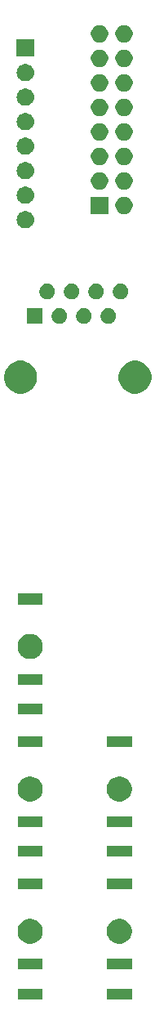
<source format=gbr>
G04 #@! TF.GenerationSoftware,KiCad,Pcbnew,(5.0.1)-4*
G04 #@! TF.CreationDate,2018-12-03T15:58:59+00:00*
G04 #@! TF.ProjectId,DevBoard,446576426F6172642E6B696361645F70,rev?*
G04 #@! TF.SameCoordinates,Original*
G04 #@! TF.FileFunction,Soldermask,Top*
G04 #@! TF.FilePolarity,Negative*
%FSLAX46Y46*%
G04 Gerber Fmt 4.6, Leading zero omitted, Abs format (unit mm)*
G04 Created by KiCad (PCBNEW (5.0.1)-4) date 03/12/2018 15:58:59*
%MOMM*%
%LPD*%
G01*
G04 APERTURE LIST*
%ADD10C,0.100000*%
G04 APERTURE END LIST*
D10*
G36*
X66051000Y-168031000D02*
X63449000Y-168031000D01*
X63449000Y-166929000D01*
X66051000Y-166929000D01*
X66051000Y-168031000D01*
X66051000Y-168031000D01*
G37*
G36*
X56801000Y-168031000D02*
X54199000Y-168031000D01*
X54199000Y-166929000D01*
X56801000Y-166929000D01*
X56801000Y-168031000D01*
X56801000Y-168031000D01*
G37*
G36*
X56801000Y-164931000D02*
X54199000Y-164931000D01*
X54199000Y-163829000D01*
X56801000Y-163829000D01*
X56801000Y-164931000D01*
X56801000Y-164931000D01*
G37*
G36*
X66051000Y-164931000D02*
X63449000Y-164931000D01*
X63449000Y-163829000D01*
X66051000Y-163829000D01*
X66051000Y-164931000D01*
X66051000Y-164931000D01*
G37*
G36*
X55879485Y-159748996D02*
X55879487Y-159748997D01*
X55879488Y-159748997D01*
X56116255Y-159847069D01*
X56329342Y-159989449D01*
X56510551Y-160170658D01*
X56652931Y-160383745D01*
X56751004Y-160620515D01*
X56801000Y-160871861D01*
X56801000Y-161128139D01*
X56751004Y-161379485D01*
X56652931Y-161616255D01*
X56510551Y-161829342D01*
X56329342Y-162010551D01*
X56329339Y-162010553D01*
X56116255Y-162152931D01*
X55879488Y-162251003D01*
X55879487Y-162251003D01*
X55879485Y-162251004D01*
X55628139Y-162301000D01*
X55371861Y-162301000D01*
X55120515Y-162251004D01*
X55120513Y-162251003D01*
X55120512Y-162251003D01*
X54883745Y-162152931D01*
X54670661Y-162010553D01*
X54670658Y-162010551D01*
X54489449Y-161829342D01*
X54347069Y-161616255D01*
X54248996Y-161379485D01*
X54199000Y-161128139D01*
X54199000Y-160871861D01*
X54248996Y-160620515D01*
X54347069Y-160383745D01*
X54489449Y-160170658D01*
X54670658Y-159989449D01*
X54883745Y-159847069D01*
X55120512Y-159748997D01*
X55120513Y-159748997D01*
X55120515Y-159748996D01*
X55371861Y-159699000D01*
X55628139Y-159699000D01*
X55879485Y-159748996D01*
X55879485Y-159748996D01*
G37*
G36*
X65129485Y-159748996D02*
X65129487Y-159748997D01*
X65129488Y-159748997D01*
X65366255Y-159847069D01*
X65579342Y-159989449D01*
X65760551Y-160170658D01*
X65902931Y-160383745D01*
X66001004Y-160620515D01*
X66051000Y-160871861D01*
X66051000Y-161128139D01*
X66001004Y-161379485D01*
X65902931Y-161616255D01*
X65760551Y-161829342D01*
X65579342Y-162010551D01*
X65579339Y-162010553D01*
X65366255Y-162152931D01*
X65129488Y-162251003D01*
X65129487Y-162251003D01*
X65129485Y-162251004D01*
X64878139Y-162301000D01*
X64621861Y-162301000D01*
X64370515Y-162251004D01*
X64370513Y-162251003D01*
X64370512Y-162251003D01*
X64133745Y-162152931D01*
X63920661Y-162010553D01*
X63920658Y-162010551D01*
X63739449Y-161829342D01*
X63597069Y-161616255D01*
X63498996Y-161379485D01*
X63449000Y-161128139D01*
X63449000Y-160871861D01*
X63498996Y-160620515D01*
X63597069Y-160383745D01*
X63739449Y-160170658D01*
X63920658Y-159989449D01*
X64133745Y-159847069D01*
X64370512Y-159748997D01*
X64370513Y-159748997D01*
X64370515Y-159748996D01*
X64621861Y-159699000D01*
X64878139Y-159699000D01*
X65129485Y-159748996D01*
X65129485Y-159748996D01*
G37*
G36*
X56801000Y-156631000D02*
X54199000Y-156631000D01*
X54199000Y-155529000D01*
X56801000Y-155529000D01*
X56801000Y-156631000D01*
X56801000Y-156631000D01*
G37*
G36*
X66051000Y-156631000D02*
X63449000Y-156631000D01*
X63449000Y-155529000D01*
X66051000Y-155529000D01*
X66051000Y-156631000D01*
X66051000Y-156631000D01*
G37*
G36*
X66051000Y-153281000D02*
X63449000Y-153281000D01*
X63449000Y-152179000D01*
X66051000Y-152179000D01*
X66051000Y-153281000D01*
X66051000Y-153281000D01*
G37*
G36*
X56801000Y-153281000D02*
X54199000Y-153281000D01*
X54199000Y-152179000D01*
X56801000Y-152179000D01*
X56801000Y-153281000D01*
X56801000Y-153281000D01*
G37*
G36*
X56801000Y-150181000D02*
X54199000Y-150181000D01*
X54199000Y-149079000D01*
X56801000Y-149079000D01*
X56801000Y-150181000D01*
X56801000Y-150181000D01*
G37*
G36*
X66051000Y-150181000D02*
X63449000Y-150181000D01*
X63449000Y-149079000D01*
X66051000Y-149079000D01*
X66051000Y-150181000D01*
X66051000Y-150181000D01*
G37*
G36*
X55879485Y-144998996D02*
X55879487Y-144998997D01*
X55879488Y-144998997D01*
X56116255Y-145097069D01*
X56329342Y-145239449D01*
X56510551Y-145420658D01*
X56652931Y-145633745D01*
X56751004Y-145870515D01*
X56801000Y-146121861D01*
X56801000Y-146378139D01*
X56751004Y-146629485D01*
X56652931Y-146866255D01*
X56510551Y-147079342D01*
X56329342Y-147260551D01*
X56329339Y-147260553D01*
X56116255Y-147402931D01*
X55879488Y-147501003D01*
X55879487Y-147501003D01*
X55879485Y-147501004D01*
X55628139Y-147551000D01*
X55371861Y-147551000D01*
X55120515Y-147501004D01*
X55120513Y-147501003D01*
X55120512Y-147501003D01*
X54883745Y-147402931D01*
X54670661Y-147260553D01*
X54670658Y-147260551D01*
X54489449Y-147079342D01*
X54347069Y-146866255D01*
X54248996Y-146629485D01*
X54199000Y-146378139D01*
X54199000Y-146121861D01*
X54248996Y-145870515D01*
X54347069Y-145633745D01*
X54489449Y-145420658D01*
X54670658Y-145239449D01*
X54883745Y-145097069D01*
X55120512Y-144998997D01*
X55120513Y-144998997D01*
X55120515Y-144998996D01*
X55371861Y-144949000D01*
X55628139Y-144949000D01*
X55879485Y-144998996D01*
X55879485Y-144998996D01*
G37*
G36*
X65129485Y-144998996D02*
X65129487Y-144998997D01*
X65129488Y-144998997D01*
X65366255Y-145097069D01*
X65579342Y-145239449D01*
X65760551Y-145420658D01*
X65902931Y-145633745D01*
X66001004Y-145870515D01*
X66051000Y-146121861D01*
X66051000Y-146378139D01*
X66001004Y-146629485D01*
X65902931Y-146866255D01*
X65760551Y-147079342D01*
X65579342Y-147260551D01*
X65579339Y-147260553D01*
X65366255Y-147402931D01*
X65129488Y-147501003D01*
X65129487Y-147501003D01*
X65129485Y-147501004D01*
X64878139Y-147551000D01*
X64621861Y-147551000D01*
X64370515Y-147501004D01*
X64370513Y-147501003D01*
X64370512Y-147501003D01*
X64133745Y-147402931D01*
X63920661Y-147260553D01*
X63920658Y-147260551D01*
X63739449Y-147079342D01*
X63597069Y-146866255D01*
X63498996Y-146629485D01*
X63449000Y-146378139D01*
X63449000Y-146121861D01*
X63498996Y-145870515D01*
X63597069Y-145633745D01*
X63739449Y-145420658D01*
X63920658Y-145239449D01*
X64133745Y-145097069D01*
X64370512Y-144998997D01*
X64370513Y-144998997D01*
X64370515Y-144998996D01*
X64621861Y-144949000D01*
X64878139Y-144949000D01*
X65129485Y-144998996D01*
X65129485Y-144998996D01*
G37*
G36*
X66051000Y-141881000D02*
X63449000Y-141881000D01*
X63449000Y-140779000D01*
X66051000Y-140779000D01*
X66051000Y-141881000D01*
X66051000Y-141881000D01*
G37*
G36*
X56801000Y-141881000D02*
X54199000Y-141881000D01*
X54199000Y-140779000D01*
X56801000Y-140779000D01*
X56801000Y-141881000D01*
X56801000Y-141881000D01*
G37*
G36*
X56801000Y-138531000D02*
X54199000Y-138531000D01*
X54199000Y-137429000D01*
X56801000Y-137429000D01*
X56801000Y-138531000D01*
X56801000Y-138531000D01*
G37*
G36*
X56801000Y-135431000D02*
X54199000Y-135431000D01*
X54199000Y-134329000D01*
X56801000Y-134329000D01*
X56801000Y-135431000D01*
X56801000Y-135431000D01*
G37*
G36*
X55879485Y-130248996D02*
X55879487Y-130248997D01*
X55879488Y-130248997D01*
X56116255Y-130347069D01*
X56329342Y-130489449D01*
X56510551Y-130670658D01*
X56652931Y-130883745D01*
X56751004Y-131120515D01*
X56801000Y-131371861D01*
X56801000Y-131628139D01*
X56751004Y-131879485D01*
X56652931Y-132116255D01*
X56510551Y-132329342D01*
X56329342Y-132510551D01*
X56329339Y-132510553D01*
X56116255Y-132652931D01*
X55879488Y-132751003D01*
X55879487Y-132751003D01*
X55879485Y-132751004D01*
X55628139Y-132801000D01*
X55371861Y-132801000D01*
X55120515Y-132751004D01*
X55120513Y-132751003D01*
X55120512Y-132751003D01*
X54883745Y-132652931D01*
X54670661Y-132510553D01*
X54670658Y-132510551D01*
X54489449Y-132329342D01*
X54347069Y-132116255D01*
X54248996Y-131879485D01*
X54199000Y-131628139D01*
X54199000Y-131371861D01*
X54248996Y-131120515D01*
X54347069Y-130883745D01*
X54489449Y-130670658D01*
X54670658Y-130489449D01*
X54883745Y-130347069D01*
X55120512Y-130248997D01*
X55120513Y-130248997D01*
X55120515Y-130248996D01*
X55371861Y-130199000D01*
X55628139Y-130199000D01*
X55879485Y-130248996D01*
X55879485Y-130248996D01*
G37*
G36*
X56801000Y-127131000D02*
X54199000Y-127131000D01*
X54199000Y-126029000D01*
X56801000Y-126029000D01*
X56801000Y-127131000D01*
X56801000Y-127131000D01*
G37*
G36*
X55006160Y-101964368D02*
X55006162Y-101964369D01*
X55006163Y-101964369D01*
X55120514Y-102011735D01*
X55315726Y-102092594D01*
X55594327Y-102278749D01*
X55831251Y-102515673D01*
X56017406Y-102794274D01*
X56145632Y-103103840D01*
X56211000Y-103432465D01*
X56211000Y-103767535D01*
X56145632Y-104096160D01*
X56017406Y-104405726D01*
X55831251Y-104684327D01*
X55594327Y-104921251D01*
X55315726Y-105107406D01*
X55120514Y-105188265D01*
X55006163Y-105235631D01*
X55006162Y-105235631D01*
X55006160Y-105235632D01*
X54677535Y-105301000D01*
X54342465Y-105301000D01*
X54013840Y-105235632D01*
X54013838Y-105235631D01*
X54013837Y-105235631D01*
X53899486Y-105188265D01*
X53704274Y-105107406D01*
X53425673Y-104921251D01*
X53188749Y-104684327D01*
X53002594Y-104405726D01*
X52874368Y-104096160D01*
X52809000Y-103767535D01*
X52809000Y-103432465D01*
X52874368Y-103103840D01*
X53002594Y-102794274D01*
X53188749Y-102515673D01*
X53425673Y-102278749D01*
X53704274Y-102092594D01*
X53899486Y-102011735D01*
X54013837Y-101964369D01*
X54013838Y-101964369D01*
X54013840Y-101964368D01*
X54342465Y-101899000D01*
X54677535Y-101899000D01*
X55006160Y-101964368D01*
X55006160Y-101964368D01*
G37*
G36*
X66876160Y-101964368D02*
X66876162Y-101964369D01*
X66876163Y-101964369D01*
X66990514Y-102011735D01*
X67185726Y-102092594D01*
X67464327Y-102278749D01*
X67701251Y-102515673D01*
X67887406Y-102794274D01*
X68015632Y-103103840D01*
X68081000Y-103432465D01*
X68081000Y-103767535D01*
X68015632Y-104096160D01*
X67887406Y-104405726D01*
X67701251Y-104684327D01*
X67464327Y-104921251D01*
X67185726Y-105107406D01*
X66990514Y-105188265D01*
X66876163Y-105235631D01*
X66876162Y-105235631D01*
X66876160Y-105235632D01*
X66547535Y-105301000D01*
X66212465Y-105301000D01*
X65883840Y-105235632D01*
X65883838Y-105235631D01*
X65883837Y-105235631D01*
X65769486Y-105188265D01*
X65574274Y-105107406D01*
X65295673Y-104921251D01*
X65058749Y-104684327D01*
X64872594Y-104405726D01*
X64744368Y-104096160D01*
X64679000Y-103767535D01*
X64679000Y-103432465D01*
X64744368Y-103103840D01*
X64872594Y-102794274D01*
X65058749Y-102515673D01*
X65295673Y-102278749D01*
X65574274Y-102092594D01*
X65769486Y-102011735D01*
X65883837Y-101964369D01*
X65883838Y-101964369D01*
X65883840Y-101964368D01*
X66212465Y-101899000D01*
X66547535Y-101899000D01*
X66876160Y-101964368D01*
X66876160Y-101964368D01*
G37*
G36*
X63853643Y-96479781D02*
X63999415Y-96540162D01*
X64130611Y-96627824D01*
X64242176Y-96739389D01*
X64329838Y-96870585D01*
X64390219Y-97016357D01*
X64421000Y-97171107D01*
X64421000Y-97328893D01*
X64390219Y-97483643D01*
X64329838Y-97629415D01*
X64242176Y-97760611D01*
X64130611Y-97872176D01*
X63999415Y-97959838D01*
X63853643Y-98020219D01*
X63698893Y-98051000D01*
X63541107Y-98051000D01*
X63386357Y-98020219D01*
X63240585Y-97959838D01*
X63109389Y-97872176D01*
X62997824Y-97760611D01*
X62910162Y-97629415D01*
X62849781Y-97483643D01*
X62819000Y-97328893D01*
X62819000Y-97171107D01*
X62849781Y-97016357D01*
X62910162Y-96870585D01*
X62997824Y-96739389D01*
X63109389Y-96627824D01*
X63240585Y-96540162D01*
X63386357Y-96479781D01*
X63541107Y-96449000D01*
X63698893Y-96449000D01*
X63853643Y-96479781D01*
X63853643Y-96479781D01*
G37*
G36*
X61313643Y-96479781D02*
X61459415Y-96540162D01*
X61590611Y-96627824D01*
X61702176Y-96739389D01*
X61789838Y-96870585D01*
X61850219Y-97016357D01*
X61881000Y-97171107D01*
X61881000Y-97328893D01*
X61850219Y-97483643D01*
X61789838Y-97629415D01*
X61702176Y-97760611D01*
X61590611Y-97872176D01*
X61459415Y-97959838D01*
X61313643Y-98020219D01*
X61158893Y-98051000D01*
X61001107Y-98051000D01*
X60846357Y-98020219D01*
X60700585Y-97959838D01*
X60569389Y-97872176D01*
X60457824Y-97760611D01*
X60370162Y-97629415D01*
X60309781Y-97483643D01*
X60279000Y-97328893D01*
X60279000Y-97171107D01*
X60309781Y-97016357D01*
X60370162Y-96870585D01*
X60457824Y-96739389D01*
X60569389Y-96627824D01*
X60700585Y-96540162D01*
X60846357Y-96479781D01*
X61001107Y-96449000D01*
X61158893Y-96449000D01*
X61313643Y-96479781D01*
X61313643Y-96479781D01*
G37*
G36*
X58773643Y-96479781D02*
X58919415Y-96540162D01*
X59050611Y-96627824D01*
X59162176Y-96739389D01*
X59249838Y-96870585D01*
X59310219Y-97016357D01*
X59341000Y-97171107D01*
X59341000Y-97328893D01*
X59310219Y-97483643D01*
X59249838Y-97629415D01*
X59162176Y-97760611D01*
X59050611Y-97872176D01*
X58919415Y-97959838D01*
X58773643Y-98020219D01*
X58618893Y-98051000D01*
X58461107Y-98051000D01*
X58306357Y-98020219D01*
X58160585Y-97959838D01*
X58029389Y-97872176D01*
X57917824Y-97760611D01*
X57830162Y-97629415D01*
X57769781Y-97483643D01*
X57739000Y-97328893D01*
X57739000Y-97171107D01*
X57769781Y-97016357D01*
X57830162Y-96870585D01*
X57917824Y-96739389D01*
X58029389Y-96627824D01*
X58160585Y-96540162D01*
X58306357Y-96479781D01*
X58461107Y-96449000D01*
X58618893Y-96449000D01*
X58773643Y-96479781D01*
X58773643Y-96479781D01*
G37*
G36*
X56801000Y-98051000D02*
X55199000Y-98051000D01*
X55199000Y-96449000D01*
X56801000Y-96449000D01*
X56801000Y-98051000D01*
X56801000Y-98051000D01*
G37*
G36*
X65123643Y-93939781D02*
X65269415Y-94000162D01*
X65400611Y-94087824D01*
X65512176Y-94199389D01*
X65599838Y-94330585D01*
X65660219Y-94476357D01*
X65691000Y-94631107D01*
X65691000Y-94788893D01*
X65660219Y-94943643D01*
X65599838Y-95089415D01*
X65512176Y-95220611D01*
X65400611Y-95332176D01*
X65269415Y-95419838D01*
X65123643Y-95480219D01*
X64968893Y-95511000D01*
X64811107Y-95511000D01*
X64656357Y-95480219D01*
X64510585Y-95419838D01*
X64379389Y-95332176D01*
X64267824Y-95220611D01*
X64180162Y-95089415D01*
X64119781Y-94943643D01*
X64089000Y-94788893D01*
X64089000Y-94631107D01*
X64119781Y-94476357D01*
X64180162Y-94330585D01*
X64267824Y-94199389D01*
X64379389Y-94087824D01*
X64510585Y-94000162D01*
X64656357Y-93939781D01*
X64811107Y-93909000D01*
X64968893Y-93909000D01*
X65123643Y-93939781D01*
X65123643Y-93939781D01*
G37*
G36*
X60043643Y-93939781D02*
X60189415Y-94000162D01*
X60320611Y-94087824D01*
X60432176Y-94199389D01*
X60519838Y-94330585D01*
X60580219Y-94476357D01*
X60611000Y-94631107D01*
X60611000Y-94788893D01*
X60580219Y-94943643D01*
X60519838Y-95089415D01*
X60432176Y-95220611D01*
X60320611Y-95332176D01*
X60189415Y-95419838D01*
X60043643Y-95480219D01*
X59888893Y-95511000D01*
X59731107Y-95511000D01*
X59576357Y-95480219D01*
X59430585Y-95419838D01*
X59299389Y-95332176D01*
X59187824Y-95220611D01*
X59100162Y-95089415D01*
X59039781Y-94943643D01*
X59009000Y-94788893D01*
X59009000Y-94631107D01*
X59039781Y-94476357D01*
X59100162Y-94330585D01*
X59187824Y-94199389D01*
X59299389Y-94087824D01*
X59430585Y-94000162D01*
X59576357Y-93939781D01*
X59731107Y-93909000D01*
X59888893Y-93909000D01*
X60043643Y-93939781D01*
X60043643Y-93939781D01*
G37*
G36*
X57503643Y-93939781D02*
X57649415Y-94000162D01*
X57780611Y-94087824D01*
X57892176Y-94199389D01*
X57979838Y-94330585D01*
X58040219Y-94476357D01*
X58071000Y-94631107D01*
X58071000Y-94788893D01*
X58040219Y-94943643D01*
X57979838Y-95089415D01*
X57892176Y-95220611D01*
X57780611Y-95332176D01*
X57649415Y-95419838D01*
X57503643Y-95480219D01*
X57348893Y-95511000D01*
X57191107Y-95511000D01*
X57036357Y-95480219D01*
X56890585Y-95419838D01*
X56759389Y-95332176D01*
X56647824Y-95220611D01*
X56560162Y-95089415D01*
X56499781Y-94943643D01*
X56469000Y-94788893D01*
X56469000Y-94631107D01*
X56499781Y-94476357D01*
X56560162Y-94330585D01*
X56647824Y-94199389D01*
X56759389Y-94087824D01*
X56890585Y-94000162D01*
X57036357Y-93939781D01*
X57191107Y-93909000D01*
X57348893Y-93909000D01*
X57503643Y-93939781D01*
X57503643Y-93939781D01*
G37*
G36*
X62583643Y-93939781D02*
X62729415Y-94000162D01*
X62860611Y-94087824D01*
X62972176Y-94199389D01*
X63059838Y-94330585D01*
X63120219Y-94476357D01*
X63151000Y-94631107D01*
X63151000Y-94788893D01*
X63120219Y-94943643D01*
X63059838Y-95089415D01*
X62972176Y-95220611D01*
X62860611Y-95332176D01*
X62729415Y-95419838D01*
X62583643Y-95480219D01*
X62428893Y-95511000D01*
X62271107Y-95511000D01*
X62116357Y-95480219D01*
X61970585Y-95419838D01*
X61839389Y-95332176D01*
X61727824Y-95220611D01*
X61640162Y-95089415D01*
X61579781Y-94943643D01*
X61549000Y-94788893D01*
X61549000Y-94631107D01*
X61579781Y-94476357D01*
X61640162Y-94330585D01*
X61727824Y-94199389D01*
X61839389Y-94087824D01*
X61970585Y-94000162D01*
X62116357Y-93939781D01*
X62271107Y-93909000D01*
X62428893Y-93909000D01*
X62583643Y-93939781D01*
X62583643Y-93939781D01*
G37*
G36*
X55110443Y-86385519D02*
X55176627Y-86392037D01*
X55289853Y-86426384D01*
X55346467Y-86443557D01*
X55451782Y-86499850D01*
X55502991Y-86527222D01*
X55538729Y-86556552D01*
X55640186Y-86639814D01*
X55690399Y-86701000D01*
X55752778Y-86777009D01*
X55752779Y-86777011D01*
X55836443Y-86933533D01*
X55836443Y-86933534D01*
X55887963Y-87103373D01*
X55905359Y-87280000D01*
X55887963Y-87456627D01*
X55853616Y-87569853D01*
X55836443Y-87626467D01*
X55762348Y-87765087D01*
X55752778Y-87782991D01*
X55723448Y-87818729D01*
X55640186Y-87920186D01*
X55538729Y-88003448D01*
X55502991Y-88032778D01*
X55502989Y-88032779D01*
X55346467Y-88116443D01*
X55289853Y-88133616D01*
X55176627Y-88167963D01*
X55110443Y-88174481D01*
X55044260Y-88181000D01*
X54955740Y-88181000D01*
X54889557Y-88174481D01*
X54823373Y-88167963D01*
X54710147Y-88133616D01*
X54653533Y-88116443D01*
X54497011Y-88032779D01*
X54497009Y-88032778D01*
X54461271Y-88003448D01*
X54359814Y-87920186D01*
X54276552Y-87818729D01*
X54247222Y-87782991D01*
X54237652Y-87765087D01*
X54163557Y-87626467D01*
X54146384Y-87569853D01*
X54112037Y-87456627D01*
X54094641Y-87280000D01*
X54112037Y-87103373D01*
X54163557Y-86933534D01*
X54163557Y-86933533D01*
X54247221Y-86777011D01*
X54247222Y-86777009D01*
X54309601Y-86701000D01*
X54359814Y-86639814D01*
X54461271Y-86556552D01*
X54497009Y-86527222D01*
X54548218Y-86499850D01*
X54653533Y-86443557D01*
X54710147Y-86426384D01*
X54823373Y-86392037D01*
X54889557Y-86385519D01*
X54955740Y-86379000D01*
X55044260Y-86379000D01*
X55110443Y-86385519D01*
X55110443Y-86385519D01*
G37*
G36*
X63601000Y-86701000D02*
X61799000Y-86701000D01*
X61799000Y-84899000D01*
X63601000Y-84899000D01*
X63601000Y-86701000D01*
X63601000Y-86701000D01*
G37*
G36*
X65502812Y-84933624D02*
X65666784Y-85001544D01*
X65814354Y-85100147D01*
X65939853Y-85225646D01*
X66038456Y-85373216D01*
X66106376Y-85537188D01*
X66141000Y-85711259D01*
X66141000Y-85888741D01*
X66106376Y-86062812D01*
X66038456Y-86226784D01*
X65939853Y-86374354D01*
X65814354Y-86499853D01*
X65666784Y-86598456D01*
X65502812Y-86666376D01*
X65328741Y-86701000D01*
X65151259Y-86701000D01*
X64977188Y-86666376D01*
X64813216Y-86598456D01*
X64665646Y-86499853D01*
X64540147Y-86374354D01*
X64441544Y-86226784D01*
X64373624Y-86062812D01*
X64339000Y-85888741D01*
X64339000Y-85711259D01*
X64373624Y-85537188D01*
X64441544Y-85373216D01*
X64540147Y-85225646D01*
X64665646Y-85100147D01*
X64813216Y-85001544D01*
X64977188Y-84933624D01*
X65151259Y-84899000D01*
X65328741Y-84899000D01*
X65502812Y-84933624D01*
X65502812Y-84933624D01*
G37*
G36*
X55110443Y-83845519D02*
X55176627Y-83852037D01*
X55289853Y-83886384D01*
X55346467Y-83903557D01*
X55451782Y-83959850D01*
X55502991Y-83987222D01*
X55538729Y-84016552D01*
X55640186Y-84099814D01*
X55690399Y-84161000D01*
X55752778Y-84237009D01*
X55752779Y-84237011D01*
X55836443Y-84393533D01*
X55836443Y-84393534D01*
X55887963Y-84563373D01*
X55905359Y-84740000D01*
X55887963Y-84916627D01*
X55862204Y-85001544D01*
X55836443Y-85086467D01*
X55829129Y-85100150D01*
X55752778Y-85242991D01*
X55723448Y-85278729D01*
X55640186Y-85380186D01*
X55538729Y-85463448D01*
X55502991Y-85492778D01*
X55502989Y-85492779D01*
X55346467Y-85576443D01*
X55289853Y-85593616D01*
X55176627Y-85627963D01*
X55110443Y-85634481D01*
X55044260Y-85641000D01*
X54955740Y-85641000D01*
X54889557Y-85634481D01*
X54823373Y-85627963D01*
X54710147Y-85593616D01*
X54653533Y-85576443D01*
X54497011Y-85492779D01*
X54497009Y-85492778D01*
X54461271Y-85463448D01*
X54359814Y-85380186D01*
X54276552Y-85278729D01*
X54247222Y-85242991D01*
X54170871Y-85100150D01*
X54163557Y-85086467D01*
X54137796Y-85001544D01*
X54112037Y-84916627D01*
X54094641Y-84740000D01*
X54112037Y-84563373D01*
X54163557Y-84393534D01*
X54163557Y-84393533D01*
X54247221Y-84237011D01*
X54247222Y-84237009D01*
X54309601Y-84161000D01*
X54359814Y-84099814D01*
X54461271Y-84016552D01*
X54497009Y-83987222D01*
X54548218Y-83959850D01*
X54653533Y-83903557D01*
X54710147Y-83886384D01*
X54823373Y-83852037D01*
X54889557Y-83845519D01*
X54955740Y-83839000D01*
X55044260Y-83839000D01*
X55110443Y-83845519D01*
X55110443Y-83845519D01*
G37*
G36*
X62962812Y-82393624D02*
X63126784Y-82461544D01*
X63274354Y-82560147D01*
X63399853Y-82685646D01*
X63498456Y-82833216D01*
X63566376Y-82997188D01*
X63601000Y-83171259D01*
X63601000Y-83348741D01*
X63566376Y-83522812D01*
X63498456Y-83686784D01*
X63399853Y-83834354D01*
X63274354Y-83959853D01*
X63126784Y-84058456D01*
X62962812Y-84126376D01*
X62788741Y-84161000D01*
X62611259Y-84161000D01*
X62437188Y-84126376D01*
X62273216Y-84058456D01*
X62125646Y-83959853D01*
X62000147Y-83834354D01*
X61901544Y-83686784D01*
X61833624Y-83522812D01*
X61799000Y-83348741D01*
X61799000Y-83171259D01*
X61833624Y-82997188D01*
X61901544Y-82833216D01*
X62000147Y-82685646D01*
X62125646Y-82560147D01*
X62273216Y-82461544D01*
X62437188Y-82393624D01*
X62611259Y-82359000D01*
X62788741Y-82359000D01*
X62962812Y-82393624D01*
X62962812Y-82393624D01*
G37*
G36*
X65502812Y-82393624D02*
X65666784Y-82461544D01*
X65814354Y-82560147D01*
X65939853Y-82685646D01*
X66038456Y-82833216D01*
X66106376Y-82997188D01*
X66141000Y-83171259D01*
X66141000Y-83348741D01*
X66106376Y-83522812D01*
X66038456Y-83686784D01*
X65939853Y-83834354D01*
X65814354Y-83959853D01*
X65666784Y-84058456D01*
X65502812Y-84126376D01*
X65328741Y-84161000D01*
X65151259Y-84161000D01*
X64977188Y-84126376D01*
X64813216Y-84058456D01*
X64665646Y-83959853D01*
X64540147Y-83834354D01*
X64441544Y-83686784D01*
X64373624Y-83522812D01*
X64339000Y-83348741D01*
X64339000Y-83171259D01*
X64373624Y-82997188D01*
X64441544Y-82833216D01*
X64540147Y-82685646D01*
X64665646Y-82560147D01*
X64813216Y-82461544D01*
X64977188Y-82393624D01*
X65151259Y-82359000D01*
X65328741Y-82359000D01*
X65502812Y-82393624D01*
X65502812Y-82393624D01*
G37*
G36*
X55110443Y-81305519D02*
X55176627Y-81312037D01*
X55289853Y-81346384D01*
X55346467Y-81363557D01*
X55451782Y-81419850D01*
X55502991Y-81447222D01*
X55538729Y-81476552D01*
X55640186Y-81559814D01*
X55690399Y-81621000D01*
X55752778Y-81697009D01*
X55752779Y-81697011D01*
X55836443Y-81853533D01*
X55836443Y-81853534D01*
X55887963Y-82023373D01*
X55905359Y-82200000D01*
X55887963Y-82376627D01*
X55862204Y-82461544D01*
X55836443Y-82546467D01*
X55829129Y-82560150D01*
X55752778Y-82702991D01*
X55723448Y-82738729D01*
X55640186Y-82840186D01*
X55538729Y-82923448D01*
X55502991Y-82952778D01*
X55502989Y-82952779D01*
X55346467Y-83036443D01*
X55289853Y-83053616D01*
X55176627Y-83087963D01*
X55110443Y-83094481D01*
X55044260Y-83101000D01*
X54955740Y-83101000D01*
X54889557Y-83094481D01*
X54823373Y-83087963D01*
X54710147Y-83053616D01*
X54653533Y-83036443D01*
X54497011Y-82952779D01*
X54497009Y-82952778D01*
X54461271Y-82923448D01*
X54359814Y-82840186D01*
X54276552Y-82738729D01*
X54247222Y-82702991D01*
X54170871Y-82560150D01*
X54163557Y-82546467D01*
X54137796Y-82461544D01*
X54112037Y-82376627D01*
X54094641Y-82200000D01*
X54112037Y-82023373D01*
X54163557Y-81853534D01*
X54163557Y-81853533D01*
X54247221Y-81697011D01*
X54247222Y-81697009D01*
X54309601Y-81621000D01*
X54359814Y-81559814D01*
X54461271Y-81476552D01*
X54497009Y-81447222D01*
X54548218Y-81419850D01*
X54653533Y-81363557D01*
X54710147Y-81346384D01*
X54823373Y-81312037D01*
X54889557Y-81305519D01*
X54955740Y-81299000D01*
X55044260Y-81299000D01*
X55110443Y-81305519D01*
X55110443Y-81305519D01*
G37*
G36*
X65502812Y-79853624D02*
X65666784Y-79921544D01*
X65814354Y-80020147D01*
X65939853Y-80145646D01*
X66038456Y-80293216D01*
X66106376Y-80457188D01*
X66141000Y-80631259D01*
X66141000Y-80808741D01*
X66106376Y-80982812D01*
X66038456Y-81146784D01*
X65939853Y-81294354D01*
X65814354Y-81419853D01*
X65666784Y-81518456D01*
X65502812Y-81586376D01*
X65328741Y-81621000D01*
X65151259Y-81621000D01*
X64977188Y-81586376D01*
X64813216Y-81518456D01*
X64665646Y-81419853D01*
X64540147Y-81294354D01*
X64441544Y-81146784D01*
X64373624Y-80982812D01*
X64339000Y-80808741D01*
X64339000Y-80631259D01*
X64373624Y-80457188D01*
X64441544Y-80293216D01*
X64540147Y-80145646D01*
X64665646Y-80020147D01*
X64813216Y-79921544D01*
X64977188Y-79853624D01*
X65151259Y-79819000D01*
X65328741Y-79819000D01*
X65502812Y-79853624D01*
X65502812Y-79853624D01*
G37*
G36*
X62962812Y-79853624D02*
X63126784Y-79921544D01*
X63274354Y-80020147D01*
X63399853Y-80145646D01*
X63498456Y-80293216D01*
X63566376Y-80457188D01*
X63601000Y-80631259D01*
X63601000Y-80808741D01*
X63566376Y-80982812D01*
X63498456Y-81146784D01*
X63399853Y-81294354D01*
X63274354Y-81419853D01*
X63126784Y-81518456D01*
X62962812Y-81586376D01*
X62788741Y-81621000D01*
X62611259Y-81621000D01*
X62437188Y-81586376D01*
X62273216Y-81518456D01*
X62125646Y-81419853D01*
X62000147Y-81294354D01*
X61901544Y-81146784D01*
X61833624Y-80982812D01*
X61799000Y-80808741D01*
X61799000Y-80631259D01*
X61833624Y-80457188D01*
X61901544Y-80293216D01*
X62000147Y-80145646D01*
X62125646Y-80020147D01*
X62273216Y-79921544D01*
X62437188Y-79853624D01*
X62611259Y-79819000D01*
X62788741Y-79819000D01*
X62962812Y-79853624D01*
X62962812Y-79853624D01*
G37*
G36*
X55110442Y-78765518D02*
X55176627Y-78772037D01*
X55289853Y-78806384D01*
X55346467Y-78823557D01*
X55451782Y-78879850D01*
X55502991Y-78907222D01*
X55538729Y-78936552D01*
X55640186Y-79019814D01*
X55690399Y-79081000D01*
X55752778Y-79157009D01*
X55752779Y-79157011D01*
X55836443Y-79313533D01*
X55836443Y-79313534D01*
X55887963Y-79483373D01*
X55905359Y-79660000D01*
X55887963Y-79836627D01*
X55862204Y-79921544D01*
X55836443Y-80006467D01*
X55829129Y-80020150D01*
X55752778Y-80162991D01*
X55723448Y-80198729D01*
X55640186Y-80300186D01*
X55538729Y-80383448D01*
X55502991Y-80412778D01*
X55502989Y-80412779D01*
X55346467Y-80496443D01*
X55289853Y-80513616D01*
X55176627Y-80547963D01*
X55110442Y-80554482D01*
X55044260Y-80561000D01*
X54955740Y-80561000D01*
X54889558Y-80554482D01*
X54823373Y-80547963D01*
X54710147Y-80513616D01*
X54653533Y-80496443D01*
X54497011Y-80412779D01*
X54497009Y-80412778D01*
X54461271Y-80383448D01*
X54359814Y-80300186D01*
X54276552Y-80198729D01*
X54247222Y-80162991D01*
X54170871Y-80020150D01*
X54163557Y-80006467D01*
X54137796Y-79921544D01*
X54112037Y-79836627D01*
X54094641Y-79660000D01*
X54112037Y-79483373D01*
X54163557Y-79313534D01*
X54163557Y-79313533D01*
X54247221Y-79157011D01*
X54247222Y-79157009D01*
X54309601Y-79081000D01*
X54359814Y-79019814D01*
X54461271Y-78936552D01*
X54497009Y-78907222D01*
X54548218Y-78879850D01*
X54653533Y-78823557D01*
X54710147Y-78806384D01*
X54823373Y-78772037D01*
X54889558Y-78765518D01*
X54955740Y-78759000D01*
X55044260Y-78759000D01*
X55110442Y-78765518D01*
X55110442Y-78765518D01*
G37*
G36*
X65502812Y-77313624D02*
X65666784Y-77381544D01*
X65814354Y-77480147D01*
X65939853Y-77605646D01*
X66038456Y-77753216D01*
X66106376Y-77917188D01*
X66141000Y-78091259D01*
X66141000Y-78268741D01*
X66106376Y-78442812D01*
X66038456Y-78606784D01*
X65939853Y-78754354D01*
X65814354Y-78879853D01*
X65666784Y-78978456D01*
X65502812Y-79046376D01*
X65328741Y-79081000D01*
X65151259Y-79081000D01*
X64977188Y-79046376D01*
X64813216Y-78978456D01*
X64665646Y-78879853D01*
X64540147Y-78754354D01*
X64441544Y-78606784D01*
X64373624Y-78442812D01*
X64339000Y-78268741D01*
X64339000Y-78091259D01*
X64373624Y-77917188D01*
X64441544Y-77753216D01*
X64540147Y-77605646D01*
X64665646Y-77480147D01*
X64813216Y-77381544D01*
X64977188Y-77313624D01*
X65151259Y-77279000D01*
X65328741Y-77279000D01*
X65502812Y-77313624D01*
X65502812Y-77313624D01*
G37*
G36*
X62962812Y-77313624D02*
X63126784Y-77381544D01*
X63274354Y-77480147D01*
X63399853Y-77605646D01*
X63498456Y-77753216D01*
X63566376Y-77917188D01*
X63601000Y-78091259D01*
X63601000Y-78268741D01*
X63566376Y-78442812D01*
X63498456Y-78606784D01*
X63399853Y-78754354D01*
X63274354Y-78879853D01*
X63126784Y-78978456D01*
X62962812Y-79046376D01*
X62788741Y-79081000D01*
X62611259Y-79081000D01*
X62437188Y-79046376D01*
X62273216Y-78978456D01*
X62125646Y-78879853D01*
X62000147Y-78754354D01*
X61901544Y-78606784D01*
X61833624Y-78442812D01*
X61799000Y-78268741D01*
X61799000Y-78091259D01*
X61833624Y-77917188D01*
X61901544Y-77753216D01*
X62000147Y-77605646D01*
X62125646Y-77480147D01*
X62273216Y-77381544D01*
X62437188Y-77313624D01*
X62611259Y-77279000D01*
X62788741Y-77279000D01*
X62962812Y-77313624D01*
X62962812Y-77313624D01*
G37*
G36*
X55110443Y-76225519D02*
X55176627Y-76232037D01*
X55289853Y-76266384D01*
X55346467Y-76283557D01*
X55451782Y-76339850D01*
X55502991Y-76367222D01*
X55538729Y-76396552D01*
X55640186Y-76479814D01*
X55690399Y-76541000D01*
X55752778Y-76617009D01*
X55752779Y-76617011D01*
X55836443Y-76773533D01*
X55836443Y-76773534D01*
X55887963Y-76943373D01*
X55905359Y-77120000D01*
X55887963Y-77296627D01*
X55862204Y-77381544D01*
X55836443Y-77466467D01*
X55829129Y-77480150D01*
X55752778Y-77622991D01*
X55723448Y-77658729D01*
X55640186Y-77760186D01*
X55538729Y-77843448D01*
X55502991Y-77872778D01*
X55502989Y-77872779D01*
X55346467Y-77956443D01*
X55289853Y-77973616D01*
X55176627Y-78007963D01*
X55110443Y-78014481D01*
X55044260Y-78021000D01*
X54955740Y-78021000D01*
X54889557Y-78014481D01*
X54823373Y-78007963D01*
X54710147Y-77973616D01*
X54653533Y-77956443D01*
X54497011Y-77872779D01*
X54497009Y-77872778D01*
X54461271Y-77843448D01*
X54359814Y-77760186D01*
X54276552Y-77658729D01*
X54247222Y-77622991D01*
X54170871Y-77480150D01*
X54163557Y-77466467D01*
X54137796Y-77381544D01*
X54112037Y-77296627D01*
X54094641Y-77120000D01*
X54112037Y-76943373D01*
X54163557Y-76773534D01*
X54163557Y-76773533D01*
X54247221Y-76617011D01*
X54247222Y-76617009D01*
X54309601Y-76541000D01*
X54359814Y-76479814D01*
X54461271Y-76396552D01*
X54497009Y-76367222D01*
X54548218Y-76339850D01*
X54653533Y-76283557D01*
X54710147Y-76266384D01*
X54823373Y-76232037D01*
X54889557Y-76225519D01*
X54955740Y-76219000D01*
X55044260Y-76219000D01*
X55110443Y-76225519D01*
X55110443Y-76225519D01*
G37*
G36*
X62962812Y-74773624D02*
X63126784Y-74841544D01*
X63274354Y-74940147D01*
X63399853Y-75065646D01*
X63498456Y-75213216D01*
X63566376Y-75377188D01*
X63601000Y-75551259D01*
X63601000Y-75728741D01*
X63566376Y-75902812D01*
X63498456Y-76066784D01*
X63399853Y-76214354D01*
X63274354Y-76339853D01*
X63126784Y-76438456D01*
X62962812Y-76506376D01*
X62788741Y-76541000D01*
X62611259Y-76541000D01*
X62437188Y-76506376D01*
X62273216Y-76438456D01*
X62125646Y-76339853D01*
X62000147Y-76214354D01*
X61901544Y-76066784D01*
X61833624Y-75902812D01*
X61799000Y-75728741D01*
X61799000Y-75551259D01*
X61833624Y-75377188D01*
X61901544Y-75213216D01*
X62000147Y-75065646D01*
X62125646Y-74940147D01*
X62273216Y-74841544D01*
X62437188Y-74773624D01*
X62611259Y-74739000D01*
X62788741Y-74739000D01*
X62962812Y-74773624D01*
X62962812Y-74773624D01*
G37*
G36*
X65502812Y-74773624D02*
X65666784Y-74841544D01*
X65814354Y-74940147D01*
X65939853Y-75065646D01*
X66038456Y-75213216D01*
X66106376Y-75377188D01*
X66141000Y-75551259D01*
X66141000Y-75728741D01*
X66106376Y-75902812D01*
X66038456Y-76066784D01*
X65939853Y-76214354D01*
X65814354Y-76339853D01*
X65666784Y-76438456D01*
X65502812Y-76506376D01*
X65328741Y-76541000D01*
X65151259Y-76541000D01*
X64977188Y-76506376D01*
X64813216Y-76438456D01*
X64665646Y-76339853D01*
X64540147Y-76214354D01*
X64441544Y-76066784D01*
X64373624Y-75902812D01*
X64339000Y-75728741D01*
X64339000Y-75551259D01*
X64373624Y-75377188D01*
X64441544Y-75213216D01*
X64540147Y-75065646D01*
X64665646Y-74940147D01*
X64813216Y-74841544D01*
X64977188Y-74773624D01*
X65151259Y-74739000D01*
X65328741Y-74739000D01*
X65502812Y-74773624D01*
X65502812Y-74773624D01*
G37*
G36*
X55110442Y-73685518D02*
X55176627Y-73692037D01*
X55289853Y-73726384D01*
X55346467Y-73743557D01*
X55451782Y-73799850D01*
X55502991Y-73827222D01*
X55538729Y-73856552D01*
X55640186Y-73939814D01*
X55690399Y-74001000D01*
X55752778Y-74077009D01*
X55752779Y-74077011D01*
X55836443Y-74233533D01*
X55836443Y-74233534D01*
X55887963Y-74403373D01*
X55905359Y-74580000D01*
X55887963Y-74756627D01*
X55862204Y-74841544D01*
X55836443Y-74926467D01*
X55829129Y-74940150D01*
X55752778Y-75082991D01*
X55723448Y-75118729D01*
X55640186Y-75220186D01*
X55538729Y-75303448D01*
X55502991Y-75332778D01*
X55502989Y-75332779D01*
X55346467Y-75416443D01*
X55289853Y-75433616D01*
X55176627Y-75467963D01*
X55110443Y-75474481D01*
X55044260Y-75481000D01*
X54955740Y-75481000D01*
X54889557Y-75474481D01*
X54823373Y-75467963D01*
X54710147Y-75433616D01*
X54653533Y-75416443D01*
X54497011Y-75332779D01*
X54497009Y-75332778D01*
X54461271Y-75303448D01*
X54359814Y-75220186D01*
X54276552Y-75118729D01*
X54247222Y-75082991D01*
X54170871Y-74940150D01*
X54163557Y-74926467D01*
X54137796Y-74841544D01*
X54112037Y-74756627D01*
X54094641Y-74580000D01*
X54112037Y-74403373D01*
X54163557Y-74233534D01*
X54163557Y-74233533D01*
X54247221Y-74077011D01*
X54247222Y-74077009D01*
X54309601Y-74001000D01*
X54359814Y-73939814D01*
X54461271Y-73856552D01*
X54497009Y-73827222D01*
X54548218Y-73799850D01*
X54653533Y-73743557D01*
X54710147Y-73726384D01*
X54823373Y-73692037D01*
X54889558Y-73685518D01*
X54955740Y-73679000D01*
X55044260Y-73679000D01*
X55110442Y-73685518D01*
X55110442Y-73685518D01*
G37*
G36*
X62962812Y-72233624D02*
X63126784Y-72301544D01*
X63274354Y-72400147D01*
X63399853Y-72525646D01*
X63498456Y-72673216D01*
X63566376Y-72837188D01*
X63601000Y-73011259D01*
X63601000Y-73188741D01*
X63566376Y-73362812D01*
X63498456Y-73526784D01*
X63399853Y-73674354D01*
X63274354Y-73799853D01*
X63126784Y-73898456D01*
X62962812Y-73966376D01*
X62788741Y-74001000D01*
X62611259Y-74001000D01*
X62437188Y-73966376D01*
X62273216Y-73898456D01*
X62125646Y-73799853D01*
X62000147Y-73674354D01*
X61901544Y-73526784D01*
X61833624Y-73362812D01*
X61799000Y-73188741D01*
X61799000Y-73011259D01*
X61833624Y-72837188D01*
X61901544Y-72673216D01*
X62000147Y-72525646D01*
X62125646Y-72400147D01*
X62273216Y-72301544D01*
X62437188Y-72233624D01*
X62611259Y-72199000D01*
X62788741Y-72199000D01*
X62962812Y-72233624D01*
X62962812Y-72233624D01*
G37*
G36*
X65502812Y-72233624D02*
X65666784Y-72301544D01*
X65814354Y-72400147D01*
X65939853Y-72525646D01*
X66038456Y-72673216D01*
X66106376Y-72837188D01*
X66141000Y-73011259D01*
X66141000Y-73188741D01*
X66106376Y-73362812D01*
X66038456Y-73526784D01*
X65939853Y-73674354D01*
X65814354Y-73799853D01*
X65666784Y-73898456D01*
X65502812Y-73966376D01*
X65328741Y-74001000D01*
X65151259Y-74001000D01*
X64977188Y-73966376D01*
X64813216Y-73898456D01*
X64665646Y-73799853D01*
X64540147Y-73674354D01*
X64441544Y-73526784D01*
X64373624Y-73362812D01*
X64339000Y-73188741D01*
X64339000Y-73011259D01*
X64373624Y-72837188D01*
X64441544Y-72673216D01*
X64540147Y-72525646D01*
X64665646Y-72400147D01*
X64813216Y-72301544D01*
X64977188Y-72233624D01*
X65151259Y-72199000D01*
X65328741Y-72199000D01*
X65502812Y-72233624D01*
X65502812Y-72233624D01*
G37*
G36*
X55110443Y-71145519D02*
X55176627Y-71152037D01*
X55289853Y-71186384D01*
X55346467Y-71203557D01*
X55451782Y-71259850D01*
X55502991Y-71287222D01*
X55538729Y-71316552D01*
X55640186Y-71399814D01*
X55690399Y-71461000D01*
X55752778Y-71537009D01*
X55752779Y-71537011D01*
X55836443Y-71693533D01*
X55836443Y-71693534D01*
X55887963Y-71863373D01*
X55905359Y-72040000D01*
X55887963Y-72216627D01*
X55862204Y-72301544D01*
X55836443Y-72386467D01*
X55829129Y-72400150D01*
X55752778Y-72542991D01*
X55723448Y-72578729D01*
X55640186Y-72680186D01*
X55538729Y-72763448D01*
X55502991Y-72792778D01*
X55502989Y-72792779D01*
X55346467Y-72876443D01*
X55289853Y-72893616D01*
X55176627Y-72927963D01*
X55110443Y-72934481D01*
X55044260Y-72941000D01*
X54955740Y-72941000D01*
X54889557Y-72934481D01*
X54823373Y-72927963D01*
X54710147Y-72893616D01*
X54653533Y-72876443D01*
X54497011Y-72792779D01*
X54497009Y-72792778D01*
X54461271Y-72763448D01*
X54359814Y-72680186D01*
X54276552Y-72578729D01*
X54247222Y-72542991D01*
X54170871Y-72400150D01*
X54163557Y-72386467D01*
X54137796Y-72301544D01*
X54112037Y-72216627D01*
X54094641Y-72040000D01*
X54112037Y-71863373D01*
X54163557Y-71693534D01*
X54163557Y-71693533D01*
X54247221Y-71537011D01*
X54247222Y-71537009D01*
X54309601Y-71461000D01*
X54359814Y-71399814D01*
X54461271Y-71316552D01*
X54497009Y-71287222D01*
X54548218Y-71259850D01*
X54653533Y-71203557D01*
X54710147Y-71186384D01*
X54823373Y-71152037D01*
X54889557Y-71145519D01*
X54955740Y-71139000D01*
X55044260Y-71139000D01*
X55110443Y-71145519D01*
X55110443Y-71145519D01*
G37*
G36*
X62962812Y-69693624D02*
X63126784Y-69761544D01*
X63274354Y-69860147D01*
X63399853Y-69985646D01*
X63498456Y-70133216D01*
X63566376Y-70297188D01*
X63601000Y-70471259D01*
X63601000Y-70648741D01*
X63566376Y-70822812D01*
X63498456Y-70986784D01*
X63399853Y-71134354D01*
X63274354Y-71259853D01*
X63126784Y-71358456D01*
X62962812Y-71426376D01*
X62788741Y-71461000D01*
X62611259Y-71461000D01*
X62437188Y-71426376D01*
X62273216Y-71358456D01*
X62125646Y-71259853D01*
X62000147Y-71134354D01*
X61901544Y-70986784D01*
X61833624Y-70822812D01*
X61799000Y-70648741D01*
X61799000Y-70471259D01*
X61833624Y-70297188D01*
X61901544Y-70133216D01*
X62000147Y-69985646D01*
X62125646Y-69860147D01*
X62273216Y-69761544D01*
X62437188Y-69693624D01*
X62611259Y-69659000D01*
X62788741Y-69659000D01*
X62962812Y-69693624D01*
X62962812Y-69693624D01*
G37*
G36*
X65502812Y-69693624D02*
X65666784Y-69761544D01*
X65814354Y-69860147D01*
X65939853Y-69985646D01*
X66038456Y-70133216D01*
X66106376Y-70297188D01*
X66141000Y-70471259D01*
X66141000Y-70648741D01*
X66106376Y-70822812D01*
X66038456Y-70986784D01*
X65939853Y-71134354D01*
X65814354Y-71259853D01*
X65666784Y-71358456D01*
X65502812Y-71426376D01*
X65328741Y-71461000D01*
X65151259Y-71461000D01*
X64977188Y-71426376D01*
X64813216Y-71358456D01*
X64665646Y-71259853D01*
X64540147Y-71134354D01*
X64441544Y-70986784D01*
X64373624Y-70822812D01*
X64339000Y-70648741D01*
X64339000Y-70471259D01*
X64373624Y-70297188D01*
X64441544Y-70133216D01*
X64540147Y-69985646D01*
X64665646Y-69860147D01*
X64813216Y-69761544D01*
X64977188Y-69693624D01*
X65151259Y-69659000D01*
X65328741Y-69659000D01*
X65502812Y-69693624D01*
X65502812Y-69693624D01*
G37*
G36*
X55901000Y-70401000D02*
X54099000Y-70401000D01*
X54099000Y-68599000D01*
X55901000Y-68599000D01*
X55901000Y-70401000D01*
X55901000Y-70401000D01*
G37*
G36*
X65502812Y-67153624D02*
X65666784Y-67221544D01*
X65814354Y-67320147D01*
X65939853Y-67445646D01*
X66038456Y-67593216D01*
X66106376Y-67757188D01*
X66141000Y-67931259D01*
X66141000Y-68108741D01*
X66106376Y-68282812D01*
X66038456Y-68446784D01*
X65939853Y-68594354D01*
X65814354Y-68719853D01*
X65666784Y-68818456D01*
X65502812Y-68886376D01*
X65328741Y-68921000D01*
X65151259Y-68921000D01*
X64977188Y-68886376D01*
X64813216Y-68818456D01*
X64665646Y-68719853D01*
X64540147Y-68594354D01*
X64441544Y-68446784D01*
X64373624Y-68282812D01*
X64339000Y-68108741D01*
X64339000Y-67931259D01*
X64373624Y-67757188D01*
X64441544Y-67593216D01*
X64540147Y-67445646D01*
X64665646Y-67320147D01*
X64813216Y-67221544D01*
X64977188Y-67153624D01*
X65151259Y-67119000D01*
X65328741Y-67119000D01*
X65502812Y-67153624D01*
X65502812Y-67153624D01*
G37*
G36*
X62962812Y-67153624D02*
X63126784Y-67221544D01*
X63274354Y-67320147D01*
X63399853Y-67445646D01*
X63498456Y-67593216D01*
X63566376Y-67757188D01*
X63601000Y-67931259D01*
X63601000Y-68108741D01*
X63566376Y-68282812D01*
X63498456Y-68446784D01*
X63399853Y-68594354D01*
X63274354Y-68719853D01*
X63126784Y-68818456D01*
X62962812Y-68886376D01*
X62788741Y-68921000D01*
X62611259Y-68921000D01*
X62437188Y-68886376D01*
X62273216Y-68818456D01*
X62125646Y-68719853D01*
X62000147Y-68594354D01*
X61901544Y-68446784D01*
X61833624Y-68282812D01*
X61799000Y-68108741D01*
X61799000Y-67931259D01*
X61833624Y-67757188D01*
X61901544Y-67593216D01*
X62000147Y-67445646D01*
X62125646Y-67320147D01*
X62273216Y-67221544D01*
X62437188Y-67153624D01*
X62611259Y-67119000D01*
X62788741Y-67119000D01*
X62962812Y-67153624D01*
X62962812Y-67153624D01*
G37*
M02*

</source>
